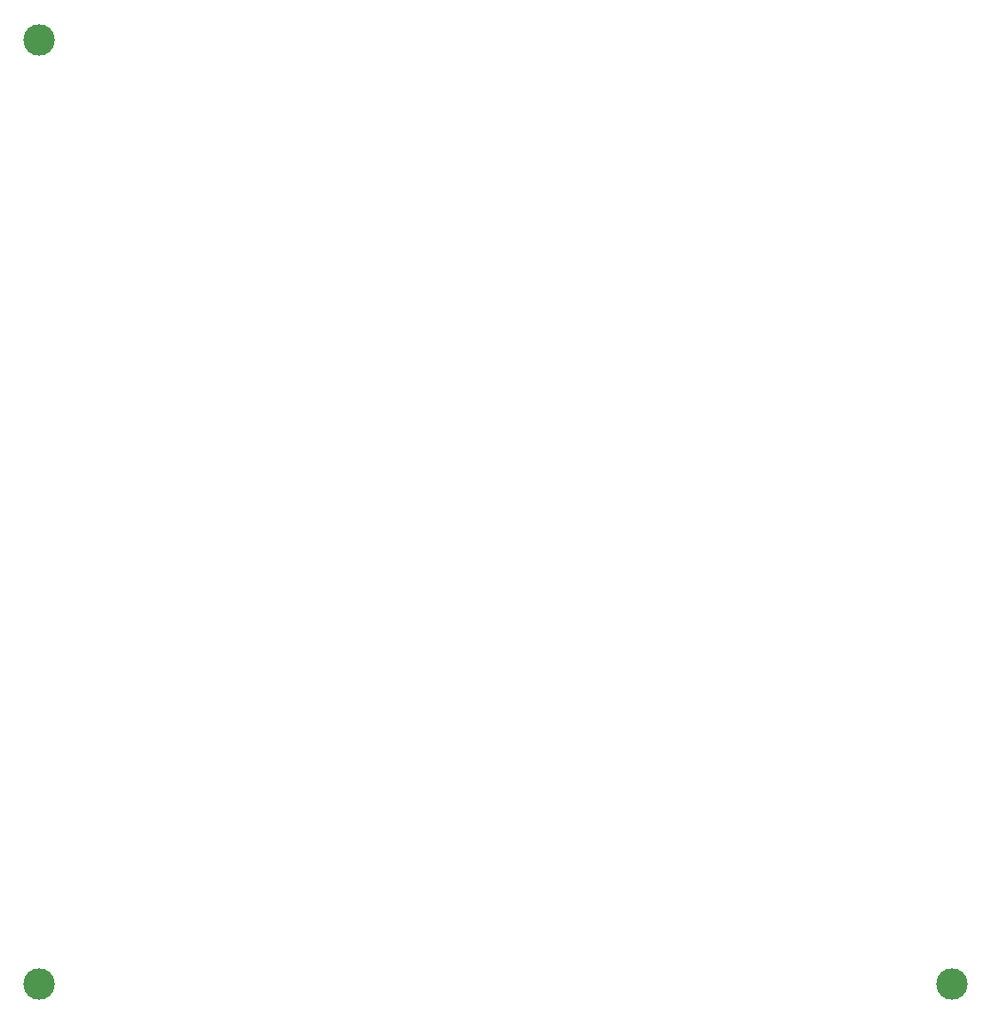
<source format=gts>
%MOIN*%
%OFA0B0*%
%FSLAX36Y36*%
%IPPOS*%
%LPD*%
%ADD10C,0.11811023622047245*%
D10*
X000000000Y000000000D02*
X000196850Y003740157D03*
X000196850Y000196850D03*
X003622047Y000196850D03*
M02*
</source>
